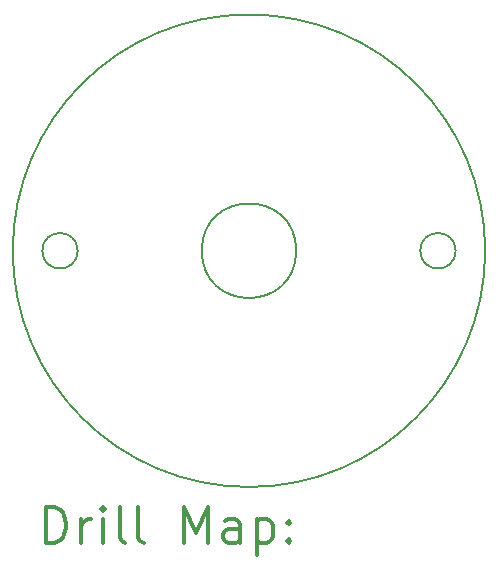
<source format=gbr>
%FSLAX45Y45*%
G04 Gerber Fmt 4.5, Leading zero omitted, Abs format (unit mm)*
G04 Created by KiCad (PCBNEW (5.0.2)-1) date 06.03.2019 15:03:52*
%MOMM*%
%LPD*%
G01*
G04 APERTURE LIST*
%ADD10C,0.150000*%
%ADD11C,0.200000*%
%ADD12C,0.300000*%
G04 APERTURE END LIST*
D10*
X11750000Y-10000000D02*
G75*
G03X11750000Y-10000000I-150000J0D01*
G01*
X8550000Y-10000000D02*
G75*
G03X8550000Y-10000000I-150000J0D01*
G01*
X10400000Y-10000000D02*
G75*
G03X10400000Y-10000000I-400000J0D01*
G01*
X12000000Y-10000000D02*
G75*
G03X12000000Y-10000000I-2000000J0D01*
G01*
D11*
D12*
X8278928Y-12473214D02*
X8278928Y-12173214D01*
X8350357Y-12173214D01*
X8393214Y-12187500D01*
X8421786Y-12216071D01*
X8436071Y-12244643D01*
X8450357Y-12301786D01*
X8450357Y-12344643D01*
X8436071Y-12401786D01*
X8421786Y-12430357D01*
X8393214Y-12458929D01*
X8350357Y-12473214D01*
X8278928Y-12473214D01*
X8578928Y-12473214D02*
X8578928Y-12273214D01*
X8578928Y-12330357D02*
X8593214Y-12301786D01*
X8607500Y-12287500D01*
X8636071Y-12273214D01*
X8664643Y-12273214D01*
X8764643Y-12473214D02*
X8764643Y-12273214D01*
X8764643Y-12173214D02*
X8750357Y-12187500D01*
X8764643Y-12201786D01*
X8778928Y-12187500D01*
X8764643Y-12173214D01*
X8764643Y-12201786D01*
X8950357Y-12473214D02*
X8921786Y-12458929D01*
X8907500Y-12430357D01*
X8907500Y-12173214D01*
X9107500Y-12473214D02*
X9078928Y-12458929D01*
X9064643Y-12430357D01*
X9064643Y-12173214D01*
X9450357Y-12473214D02*
X9450357Y-12173214D01*
X9550357Y-12387500D01*
X9650357Y-12173214D01*
X9650357Y-12473214D01*
X9921786Y-12473214D02*
X9921786Y-12316071D01*
X9907500Y-12287500D01*
X9878928Y-12273214D01*
X9821786Y-12273214D01*
X9793214Y-12287500D01*
X9921786Y-12458929D02*
X9893214Y-12473214D01*
X9821786Y-12473214D01*
X9793214Y-12458929D01*
X9778928Y-12430357D01*
X9778928Y-12401786D01*
X9793214Y-12373214D01*
X9821786Y-12358929D01*
X9893214Y-12358929D01*
X9921786Y-12344643D01*
X10064643Y-12273214D02*
X10064643Y-12573214D01*
X10064643Y-12287500D02*
X10093214Y-12273214D01*
X10150357Y-12273214D01*
X10178928Y-12287500D01*
X10193214Y-12301786D01*
X10207500Y-12330357D01*
X10207500Y-12416071D01*
X10193214Y-12444643D01*
X10178928Y-12458929D01*
X10150357Y-12473214D01*
X10093214Y-12473214D01*
X10064643Y-12458929D01*
X10336071Y-12444643D02*
X10350357Y-12458929D01*
X10336071Y-12473214D01*
X10321786Y-12458929D01*
X10336071Y-12444643D01*
X10336071Y-12473214D01*
X10336071Y-12287500D02*
X10350357Y-12301786D01*
X10336071Y-12316071D01*
X10321786Y-12301786D01*
X10336071Y-12287500D01*
X10336071Y-12316071D01*
M02*

</source>
